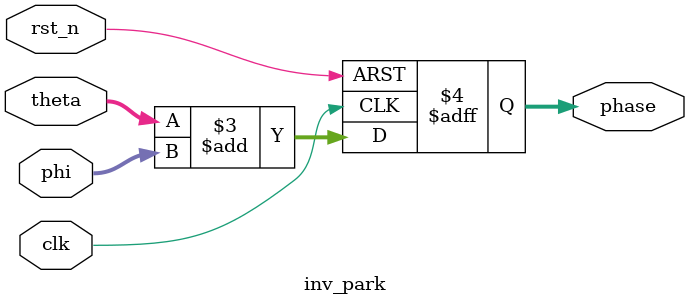
<source format=v>
module inv_park (
    input wire          clk,
    input wire          rst_n,
    input wire [15:0]   theta,
    input wire [15:0]   phi,
    output reg [15:0]   phase
);

always @(posedge clk or negedge rst_n) begin
    if (!rst_n)
        phase <= 0;
    else
        phase <= theta + phi;  // Inverse Park transform in polar form is just adding actual electrical angle
end

endmodule

</source>
